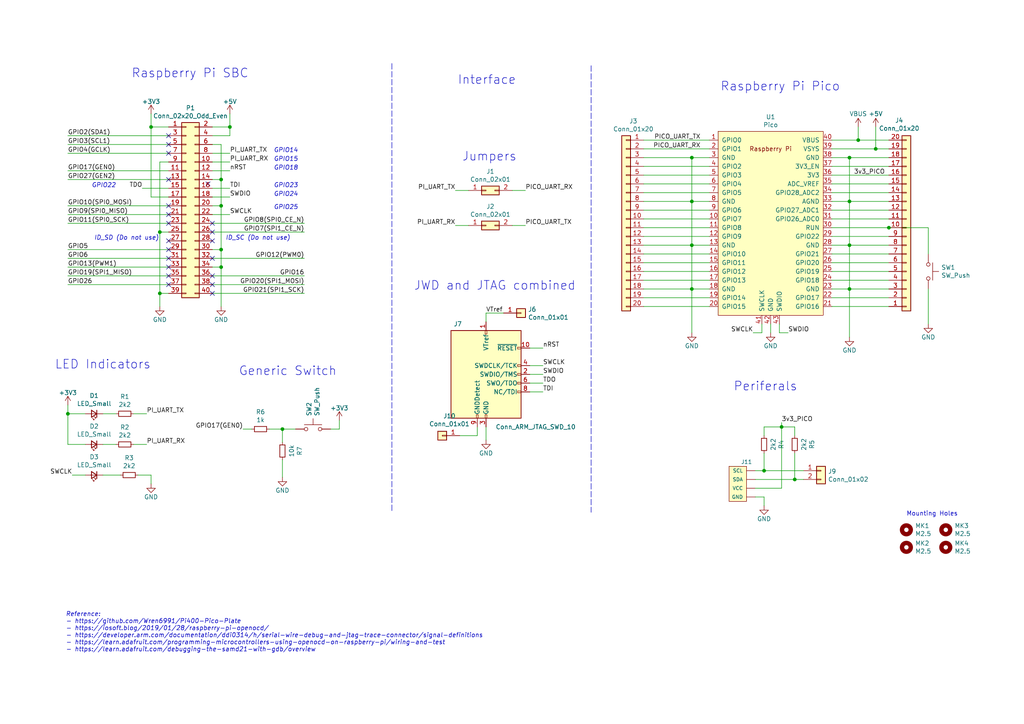
<source format=kicad_sch>
(kicad_sch (version 20211123) (generator eeschema)
  (paper "A4")
  (title_block (title "Pi_programmer") (date "2022-01-28") (rev "1") (company "hd.faria"))
  (lib_symbols
    (symbol "Connector:Conn_ARM_JTAG_SWD_10" (pin_names (offset 1.016))
      (property "Reference" "J" (at -2.54 16.51 0))
      (property "Value" "Conn_ARM_JTAG_SWD_10" (at -2.54 13.97 0))
      (symbol "Conn_ARM_JTAG_SWD_10_0_1"
        (rectangle (start -10.16 12.7) (end 10.16 -12.7) (stroke (width 0.254)) (fill (type background)))
        (rectangle (start -2.794 -12.7) (end -2.286 -11.684))
        (rectangle (start -0.254 -12.7) (end 0.254 -11.684))
        (rectangle (start -0.254 12.7) (end 0.254 11.684))
        (rectangle (start 9.144 2.286) (end 10.16 2.794))
        (rectangle (start 10.16 -2.794) (end 9.144 -2.286))
        (rectangle (start 10.16 -0.254) (end 9.144 0.254))
        (rectangle (start 10.16 7.874) (end 9.144 7.366))
      )
      (symbol "Conn_ARM_JTAG_SWD_10_1_1"
        (rectangle (start 9.144 -5.334) (end 10.16 -4.826))
        (pin power_in line (at 0 15.24 270) (length 2.54) (name "VTref") (number "1"))
        (pin open_collector line (at 12.7 7.62 180) (length 2.54) (name "~{RESET}") (number "10"))
        (pin bidirectional line (at 12.7 0 180) (length 2.54) (name "SWDIO/TMS") (number "2"))
        (pin power_in line (at 0 -15.24 90) (length 2.54) (name "GND") (number "3"))
        (pin output line (at 12.7 2.54 180) (length 2.54) (name "SWDCLK/TCK") (number "4"))
        (pin passive line (at 0 -15.24 90) (length 2.54) hide (name "GND") (number "5"))
        (pin input line (at 12.7 -2.54 180) (length 2.54) (name "SWO/TDO") (number "6"))
        (pin no_connect line (at -10.16 0 0) (length 2.54) hide (name "KEY") (number "7"))
        (pin output line (at 12.7 -5.08 180) (length 2.54) (name "NC/TDI") (number "8"))
        (pin passive line (at -2.54 -15.24 90) (length 2.54) (name "GNDDetect") (number "9"))
      )
    )
    (symbol "Connector_Generic:Conn_01x01" (pin_names (offset 1.016) hide)
      (property "Reference" "J" (at 0 2.54 0))
      (property "Value" "Conn_01x01" (at 0 -2.54 0))
      (symbol "Conn_01x01_1_1"
        (rectangle (start -1.27 0.127) (end 0 -0.127) (stroke (width 0.1524)))
        (rectangle (start -1.27 1.27) (end 1.27 -1.27) (stroke (width 0.254)) (fill (type background)))
        (pin passive line (at -5.08 0 0) (length 3.81) (name "Pin_1") (number "1"))
      )
    )
    (symbol "Connector_Generic:Conn_01x02" (pin_names (offset 1.016) hide)
      (property "Reference" "J" (at 0 2.54 0))
      (property "Value" "Conn_01x02" (at 0 -5.08 0))
      (symbol "Conn_01x02_1_1"
        (rectangle (start -1.27 -2.413) (end 0 -2.667) (stroke (width 0.1524)))
        (rectangle (start -1.27 0.127) (end 0 -0.127) (stroke (width 0.1524)))
        (rectangle (start -1.27 1.27) (end 1.27 -3.81) (stroke (width 0.254)) (fill (type background)))
        (pin passive line (at -5.08 0 0) (length 3.81) (name "Pin_1") (number "1"))
        (pin passive line (at -5.08 -2.54 0) (length 3.81) (name "Pin_2") (number "2"))
      )
    )
    (symbol "Connector_Generic:Conn_01x20" (pin_names (offset 1.016) hide)
      (property "Reference" "J" (at 0 25.4 0))
      (property "Value" "Conn_01x20" (at 0 -27.94 0))
      (symbol "Conn_01x20_1_1"
        (rectangle (start -1.27 -25.273) (end 0 -25.527) (stroke (width 0.1524)))
        (rectangle (start -1.27 -22.733) (end 0 -22.987) (stroke (width 0.1524)))
        (rectangle (start -1.27 -20.193) (end 0 -20.447) (stroke (width 0.1524)))
        (rectangle (start -1.27 -17.653) (end 0 -17.907) (stroke (width 0.1524)))
        (rectangle (start -1.27 -15.113) (end 0 -15.367) (stroke (width 0.1524)))
        (rectangle (start -1.27 -12.573) (end 0 -12.827) (stroke (width 0.1524)))
        (rectangle (start -1.27 -10.033) (end 0 -10.287) (stroke (width 0.1524)))
        (rectangle (start -1.27 -7.493) (end 0 -7.747) (stroke (width 0.1524)))
        (rectangle (start -1.27 -4.953) (end 0 -5.207) (stroke (width 0.1524)))
        (rectangle (start -1.27 -2.413) (end 0 -2.667) (stroke (width 0.1524)))
        (rectangle (start -1.27 0.127) (end 0 -0.127) (stroke (width 0.1524)))
        (rectangle (start -1.27 2.667) (end 0 2.413) (stroke (width 0.1524)))
        (rectangle (start -1.27 5.207) (end 0 4.953) (stroke (width 0.1524)))
        (rectangle (start -1.27 7.747) (end 0 7.493) (stroke (width 0.1524)))
        (rectangle (start -1.27 10.287) (end 0 10.033) (stroke (width 0.1524)))
        (rectangle (start -1.27 12.827) (end 0 12.573) (stroke (width 0.1524)))
        (rectangle (start -1.27 15.367) (end 0 15.113) (stroke (width 0.1524)))
        (rectangle (start -1.27 17.907) (end 0 17.653) (stroke (width 0.1524)))
        (rectangle (start -1.27 20.447) (end 0 20.193) (stroke (width 0.1524)))
        (rectangle (start -1.27 22.987) (end 0 22.733) (stroke (width 0.1524)))
        (rectangle (start -1.27 24.13) (end 1.27 -26.67) (stroke (width 0.254)) (fill (type background)))
        (pin passive line (at -5.08 22.86 0) (length 3.81) (name "Pin_1") (number "1"))
        (pin passive line (at -5.08 0 0) (length 3.81) (name "Pin_10") (number "10"))
        (pin passive line (at -5.08 -2.54 0) (length 3.81) (name "Pin_11") (number "11"))
        (pin passive line (at -5.08 -5.08 0) (length 3.81) (name "Pin_12") (number "12"))
        (pin passive line (at -5.08 -7.62 0) (length 3.81) (name "Pin_13") (number "13"))
        (pin passive line (at -5.08 -10.16 0) (length 3.81) (name "Pin_14") (number "14"))
        (pin passive line (at -5.08 -12.7 0) (length 3.81) (name "Pin_15") (number "15"))
        (pin passive line (at -5.08 -15.24 0) (length 3.81) (name "Pin_16") (number "16"))
        (pin passive line (at -5.08 -17.78 0) (length 3.81) (name "Pin_17") (number "17"))
        (pin passive line (at -5.08 -20.32 0) (length 3.81) (name "Pin_18") (number "18"))
        (pin passive line (at -5.08 -22.86 0) (length 3.81) (name "Pin_19") (number "19"))
        (pin passive line (at -5.08 20.32 0) (length 3.81) (name "Pin_2") (number "2"))
        (pin passive line (at -5.08 -25.4 0) (length 3.81) (name "Pin_20") (number "20"))
        (pin passive line (at -5.08 17.78 0) (length 3.81) (name "Pin_3") (number "3"))
        (pin passive line (at -5.08 15.24 0) (length 3.81) (name "Pin_4") (number "4"))
        (pin passive line (at -5.08 12.7 0) (length 3.81) (name "Pin_5") (number "5"))
        (pin passive line (at -5.08 10.16 0) (length 3.81) (name "Pin_6") (number "6"))
        (pin passive line (at -5.08 7.62 0) (length 3.81) (name "Pin_7") (number "7"))
        (pin passive line (at -5.08 5.08 0) (length 3.81) (name "Pin_8") (number "8"))
        (pin passive line (at -5.08 2.54 0) (length 3.81) (name "Pin_9") (number "9"))
      )
    )
    (symbol "Connector_Generic:Conn_02x01" (pin_names (offset 1.016) hide)
      (property "Reference" "J" (at 1.27 2.54 0))
      (property "Value" "Conn_02x01" (at 1.27 -2.54 0))
      (symbol "Conn_02x01_1_1"
        (rectangle (start -1.27 0.127) (end 0 -0.127) (stroke (width 0.1524)))
        (rectangle (start -1.27 1.27) (end 3.81 -1.27) (stroke (width 0.254)) (fill (type background)))
        (rectangle (start 3.81 0.127) (end 2.54 -0.127) (stroke (width 0.1524)))
        (pin passive line (at -5.08 0 0) (length 3.81) (name "Pin_1") (number "1"))
        (pin passive line (at 7.62 0 180) (length 3.81) (name "Pin_2") (number "2"))
      )
    )
    (symbol "Connector_Generic:Conn_02x20_Odd_Even" (pin_names (offset 1.016) hide)
      (property "Reference" "J" (at 1.27 25.4 0))
      (property "Value" "Conn_02x20_Odd_Even" (at 1.27 -27.94 0))
      (symbol "Conn_02x20_Odd_Even_1_1"
        (rectangle (start -1.27 -25.273) (end 0 -25.527) (stroke (width 0.1524)))
        (rectangle (start -1.27 -22.733) (end 0 -22.987) (stroke (width 0.1524)))
        (rectangle (start -1.27 -20.193) (end 0 -20.447) (stroke (width 0.1524)))
        (rectangle (start -1.27 -17.653) (end 0 -17.907) (stroke (width 0.1524)))
        (rectangle (start -1.27 -15.113) (end 0 -15.367) (stroke (width 0.1524)))
        (rectangle (start -1.27 -12.573) (end 0 -12.827) (stroke (width 0.1524)))
        (rectangle (start -1.27 -10.033) (end 0 -10.287) (stroke (width 0.1524)))
        (rectangle (start -1.27 -7.493) (end 0 -7.747) (stroke (width 0.1524)))
        (rectangle (start -1.27 -4.953) (end 0 -5.207) (stroke (width 0.1524)))
        (rectangle (start -1.27 -2.413) (end 0 -2.667) (stroke (width 0.1524)))
        (rectangle (start -1.27 0.127) (end 0 -0.127) (stroke (width 0.1524)))
        (rectangle (start -1.27 2.667) (end 0 2.413) (stroke (width 0.1524)))
        (rectangle (start -1.27 5.207) (end 0 4.953) (stroke (width 0.1524)))
        (rectangle (start -1.27 7.747) (end 0 7.493) (stroke (width 0.1524)))
        (rectangle (start -1.27 10.287) (end 0 10.033) (stroke (width 0.1524)))
        (rectangle (start -1.27 12.827) (end 0 12.573) (stroke (width 0.1524)))
        (rectangle (start -1.27 15.367) (end 0 15.113) (stroke (width 0.1524)))
        (rectangle (start -1.27 17.907) (end 0 17.653) (stroke (width 0.1524)))
        (rectangle (start -1.27 20.447) (end 0 20.193) (stroke (width 0.1524)))
        (rectangle (start -1.27 22.987) (end 0 22.733) (stroke (width 0.1524)))
        (rectangle (start -1.27 24.13) (end 3.81 -26.67) (stroke (width 0.254)) (fill (type background)))
        (rectangle (start 3.81 -25.273) (end 2.54 -25.527) (stroke (width 0.1524)))
        (rectangle (start 3.81 -22.733) (end 2.54 -22.987) (stroke (width 0.1524)))
        (rectangle (start 3.81 -20.193) (end 2.54 -20.447) (stroke (width 0.1524)))
        (rectangle (start 3.81 -17.653) (end 2.54 -17.907) (stroke (width 0.1524)))
        (rectangle (start 3.81 -15.113) (end 2.54 -15.367) (stroke (width 0.1524)))
        (rectangle (start 3.81 -12.573) (end 2.54 -12.827) (stroke (width 0.1524)))
        (rectangle (start 3.81 -10.033) (end 2.54 -10.287) (stroke (width 0.1524)))
        (rectangle (start 3.81 -7.493) (end 2.54 -7.747) (stroke (width 0.1524)))
        (rectangle (start 3.81 -4.953) (end 2.54 -5.207) (stroke (width 0.1524)))
        (rectangle (start 3.81 -2.413) (end 2.54 -2.667) (stroke (width 0.1524)))
        (rectangle (start 3.81 0.127) (end 2.54 -0.127) (stroke (width 0.1524)))
        (rectangle (start 3.81 2.667) (end 2.54 2.413) (stroke (width 0.1524)))
        (rectangle (start 3.81 5.207) (end 2.54 4.953) (stroke (width 0.1524)))
        (rectangle (start 3.81 7.747) (end 2.54 7.493) (stroke (width 0.1524)))
        (rectangle (start 3.81 10.287) (end 2.54 10.033) (stroke (width 0.1524)))
        (rectangle (start 3.81 12.827) (end 2.54 12.573) (stroke (width 0.1524)))
        (rectangle (start 3.81 15.367) (end 2.54 15.113) (stroke (width 0.1524)))
        (rectangle (start 3.81 17.907) (end 2.54 17.653) (stroke (width 0.1524)))
        (rectangle (start 3.81 20.447) (end 2.54 20.193) (stroke (width 0.1524)))
        (rectangle (start 3.81 22.987) (end 2.54 22.733) (stroke (width 0.1524)))
        (pin passive line (at -5.08 22.86 0) (length 3.81) (name "Pin_1") (number "1"))
        (pin passive line (at 7.62 12.7 180) (length 3.81) (name "Pin_10") (number "10"))
        (pin passive line (at -5.08 10.16 0) (length 3.81) (name "Pin_11") (number "11"))
        (pin passive line (at 7.62 10.16 180) (length 3.81) (name "Pin_12") (number "12"))
        (pin passive line (at -5.08 7.62 0) (length 3.81) (name "Pin_13") (number "13"))
        (pin passive line (at 7.62 7.62 180) (length 3.81) (name "Pin_14") (number "14"))
        (pin passive line (at -5.08 5.08 0) (length 3.81) (name "Pin_15") (number "15"))
        (pin passive line (at 7.62 5.08 180) (length 3.81) (name "Pin_16") (number "16"))
        (pin passive line (at -5.08 2.54 0) (length 3.81) (name "Pin_17") (number "17"))
        (pin passive line (at 7.62 2.54 180) (length 3.81) (name "Pin_18") (number "18"))
        (pin passive line (at -5.08 0 0) (length 3.81) (name "Pin_19") (number "19"))
        (pin passive line (at 7.62 22.86 180) (length 3.81) (name "Pin_2") (number "2"))
        (pin passive line (at 7.62 0 180) (length 3.81) (name "Pin_20") (number "20"))
        (pin passive line (at -5.08 -2.54 0) (length 3.81) (name "Pin_21") (number "21"))
        (pin passive line (at 7.62 -2.54 180) (length 3.81) (name "Pin_22") (number "22"))
        (pin passive line (at -5.08 -5.08 0) (length 3.81) (name "Pin_23") (number "23"))
        (pin passive line (at 7.62 -5.08 180) (length 3.81) (name "Pin_24") (number "24"))
        (pin passive line (at -5.08 -7.62 0) (length 3.81) (name "Pin_25") (number "25"))
        (pin passive line (at 7.62 -7.62 180) (length 3.81) (name "Pin_26") (number "26"))
        (pin passive line (at -5.08 -10.16 0) (length 3.81) (name "Pin_27") (number "27"))
        (pin passive line (at 7.62 -10.16 180) (length 3.81) (name "Pin_28") (number "28"))
        (pin passive line (at -5.08 -12.7 0) (length 3.81) (name "Pin_29") (number "29"))
        (pin passive line (at -5.08 20.32 0) (length 3.81) (name "Pin_3") (number "3"))
        (pin passive line (at 7.62 -12.7 180) (length 3.81) (name "Pin_30") (number "30"))
        (pin passive line (at -5.08 -15.24 0) (length 3.81) (name "Pin_31") (number "31"))
        (pin passive line (at 7.62 -15.24 180) (length 3.81) (name "Pin_32") (number "32"))
        (pin passive line (at -5.08 -17.78 0) (length 3.81) (name "Pin_33") (number "33"))
        (pin passive line (at 7.62 -17.78 180) (length 3.81) (name "Pin_34") (number "34"))
        (pin passive line (at -5.08 -20.32 0) (length 3.81) (name "Pin_35") (number "35"))
        (pin passive line (at 7.62 -20.32 180) (length 3.81) (name "Pin_36") (number "36"))
        (pin passive line (at -5.08 -22.86 0) (length 3.81) (name "Pin_37") (number "37"))
        (pin passive line (at 7.62 -22.86 180) (length 3.81) (name "Pin_38") (number "38"))
        (pin passive line (at -5.08 -25.4 0) (length 3.81) (name "Pin_39") (number "39"))
        (pin passive line (at 7.62 20.32 180) (length 3.81) (name "Pin_4") (number "4"))
        (pin passive line (at 7.62 -25.4 180) (length 3.81) (name "Pin_40") (number "40"))
        (pin passive line (at -5.08 17.78 0) (length 3.81) (name "Pin_5") (number "5"))
        (pin passive line (at 7.62 17.78 180) (length 3.81) (name "Pin_6") (number "6"))
        (pin passive line (at -5.08 15.24 0) (length 3.81) (name "Pin_7") (number "7"))
        (pin passive line (at 7.62 15.24 180) (length 3.81) (name "Pin_8") (number "8"))
        (pin passive line (at -5.08 12.7 0) (length 3.81) (name "Pin_9") (number "9"))
      )
    )
    (symbol "Device:LED_Small" (pin_numbers hide) (pin_names (offset 0.254) hide)
      (property "Reference" "D" (at -1.27 3.175 0))
      (property "Value" "LED_Small" (at -4.445 -2.54 0))
      (symbol "LED_Small_0_1"
        (polyline (pts (xy -0.762 -1.016) (xy -0.762 1.016)) (stroke (width 0.254)))
        (polyline (pts (xy 1.016 0) (xy -0.762 0)))
        (polyline (pts (xy 0.762 -1.016) (xy -0.762 0) (xy 0.762 1.016) (xy 0.762 -1.016)) (stroke (width 0.254)))
        (polyline (pts (xy 0 0.762) (xy -0.508 1.27) (xy -0.254 1.27) (xy -0.508 1.27) (xy -0.508 1.016)))
        (polyline (pts (xy 0.508 1.27) (xy 0 1.778) (xy 0.254 1.778) (xy 0 1.778) (xy 0 1.524)))
      )
      (symbol "LED_Small_1_1"
        (pin passive line (at -2.54 0 0) (length 1.778) (name "K") (number "1"))
        (pin passive line (at 2.54 0 180) (length 1.778) (name "A") (number "2"))
      )
    )
    (symbol "Device:R_Small" (pin_numbers hide) (pin_names (offset 0.254) hide)
      (property "Reference" "R" (at 0.762 0.508 0))
      (property "Value" "R_Small" (at 0.762 -1.016 0))
      (symbol "R_Small_0_1"
        (rectangle (start -0.762 1.778) (end 0.762 -1.778) (stroke (width 0.2032)))
      )
      (symbol "R_Small_1_1"
        (pin passive line (at 0 2.54 270) (length 0.762) (name "~") (number "1"))
        (pin passive line (at 0 -2.54 90) (length 0.762) (name "~") (number "2"))
      )
    )
    (symbol "Piprogrammer-rescue:Mounting_Hole-Mechanical" (pin_names (offset 1.016))
      (property "Reference" "MK" (at 0 5.08 0))
      (property "Value" "Mounting_Hole-Mechanical" (at 0 3.175 0))
      (symbol "Mounting_Hole-Mechanical_0_1"
        (circle (center 0 0) (radius 1.27) (stroke (width 1.27)))
      )
    )
    (symbol "RPi_Pico:Pico" (pin_names (offset 1.016))
      (property "Reference" "U" (at -13.97 27.94 0))
      (property "Value" "Pico" (at 0 19.05 0))
      (symbol "Pico_0_0"
        (text "Raspberry Pi" (at 0 21.59 0) (effects (font (size 1.27 1.27))))
      )
      (symbol "Pico_0_1"
        (rectangle (start -15.24 26.67) (end 15.24 -26.67) (fill (type background)))
      )
      (symbol "Pico_1_1"
        (pin bidirectional line (at -17.78 24.13 0) (length 2.54) (name "GPIO0") (number "1"))
        (pin bidirectional line (at -17.78 1.27 0) (length 2.54) (name "GPIO7") (number "10"))
        (pin bidirectional line (at -17.78 -1.27 0) (length 2.54) (name "GPIO8") (number "11"))
        (pin bidirectional line (at -17.78 -3.81 0) (length 2.54) (name "GPIO9") (number "12"))
        (pin power_in line (at -17.78 -6.35 0) (length 2.54) (name "GND") (number "13"))
        (pin bidirectional line (at -17.78 -8.89 0) (length 2.54) (name "GPIO10") (number "14"))
        (pin bidirectional line (at -17.78 -11.43 0) (length 2.54) (name "GPIO11") (number "15"))
        (pin bidirectional line (at -17.78 -13.97 0) (length 2.54) (name "GPIO12") (number "16"))
        (pin bidirectional line (at -17.78 -16.51 0) (length 2.54) (name "GPIO13") (number "17"))
        (pin power_in line (at -17.78 -19.05 0) (length 2.54) (name "GND") (number "18"))
        (pin bidirectional line (at -17.78 -21.59 0) (length 2.54) (name "GPIO14") (number "19"))
        (pin bidirectional line (at -17.78 21.59 0) (length 2.54) (name "GPIO1") (number "2"))
        (pin bidirectional line (at -17.78 -24.13 0) (length 2.54) (name "GPIO15") (number "20"))
        (pin bidirectional line (at 17.78 -24.13 180) (length 2.54) (name "GPIO16") (number "21"))
        (pin bidirectional line (at 17.78 -21.59 180) (length 2.54) (name "GPIO17") (number "22"))
        (pin power_in line (at 17.78 -19.05 180) (length 2.54) (name "GND") (number "23"))
        (pin bidirectional line (at 17.78 -16.51 180) (length 2.54) (name "GPIO18") (number "24"))
        (pin bidirectional line (at 17.78 -13.97 180) (length 2.54) (name "GPIO19") (number "25"))
        (pin bidirectional line (at 17.78 -11.43 180) (length 2.54) (name "GPIO20") (number "26"))
        (pin bidirectional line (at 17.78 -8.89 180) (length 2.54) (name "GPIO21") (number "27"))
        (pin power_in line (at 17.78 -6.35 180) (length 2.54) (name "GND") (number "28"))
        (pin bidirectional line (at 17.78 -3.81 180) (length 2.54) (name "GPIO22") (number "29"))
        (pin power_in line (at -17.78 19.05 0) (length 2.54) (name "GND") (number "3"))
        (pin input line (at 17.78 -1.27 180) (length 2.54) (name "RUN") (number "30"))
        (pin bidirectional line (at 17.78 1.27 180) (length 2.54) (name "GPIO26_ADC0") (number "31"))
        (pin bidirectional line (at 17.78 3.81 180) (length 2.54) (name "GPIO27_ADC1") (number "32"))
        (pin power_in line (at 17.78 6.35 180) (length 2.54) (name "AGND") (number "33"))
        (pin bidirectional line (at 17.78 8.89 180) (length 2.54) (name "GPIO28_ADC2") (number "34"))
        (pin unspecified line (at 17.78 11.43 180) (length 2.54) (name "ADC_VREF") (number "35"))
        (pin unspecified line (at 17.78 13.97 180) (length 2.54) (name "3V3") (number "36"))
        (pin input line (at 17.78 16.51 180) (length 2.54) (name "3V3_EN") (number "37"))
        (pin bidirectional line (at 17.78 19.05 180) (length 2.54) (name "GND") (number "38"))
        (pin unspecified line (at 17.78 21.59 180) (length 2.54) (name "VSYS") (number "39"))
        (pin bidirectional line (at -17.78 16.51 0) (length 2.54) (name "GPIO2") (number "4"))
        (pin unspecified line (at 17.78 24.13 180) (length 2.54) (name "VBUS") (number "40"))
        (pin input line (at -2.54 -29.21 90) (length 2.54) (name "SWCLK") (number "41"))
        (pin power_in line (at 0 -29.21 90) (length 2.54) (name "GND") (number "42"))
        (pin bidirectional line (at 2.54 -29.21 90) (length 2.54) (name "SWDIO") (number "43"))
        (pin bidirectional line (at -17.78 13.97 0) (length 2.54) (name "GPIO3") (number "5"))
        (pin bidirectional line (at -17.78 11.43 0) (length 2.54) (name "GPIO4") (number "6"))
        (pin bidirectional line (at -17.78 8.89 0) (length 2.54) (name "GPIO5") (number "7"))
        (pin power_in line (at -17.78 6.35 0) (length 2.54) (name "GND") (number "8"))
        (pin bidirectional line (at -17.78 3.81 0) (length 2.54) (name "GPIO6") (number "9"))
      )
    )
    (symbol "SparkFun-Connectors:QWIIC_CONNECTORJS-1MM" (pin_numbers hide) (pin_names (offset 1.016))
      (property "Reference" "J" (at -5.08 10.16 0))
      (property "Value" "QWIIC_CONNECTORJS-1MM" (at -5.08 -3.81 0))
      (property "Field4" "CONN-13694" (at 0 13.97 0))
      (symbol "QWIIC_CONNECTORJS-1MM_1_0"
        (rectangle (start 0 -1.27) (end -5.08 8.89) (fill (type background)))
      )
      (symbol "QWIIC_CONNECTORJS-1MM_1_1"
        (pin power_in line (at 2.54 0 180) (length 2.54) (name "GND") (number "1"))
        (pin power_in line (at 2.54 2.54 180) (length 2.54) (name "VCC") (number "2"))
        (pin passive line (at 2.54 5.08 180) (length 2.54) (name "SDA") (number "3"))
        (pin passive line (at 2.54 7.62 180) (length 2.54) (name "SCL") (number "4"))
      )
    )
    (symbol "Switch:SW_Push" (pin_numbers hide) (pin_names (offset 1.016) hide)
      (property "Reference" "SW" (at 1.27 2.54 0))
      (property "Value" "SW_Push" (at 0 -1.524 0))
      (symbol "SW_Push_0_1"
        (circle (center -2.032 0) (radius 0.508))
        (polyline (pts (xy 0 1.27) (xy 0 3.048)))
        (polyline (pts (xy 2.54 1.27) (xy -2.54 1.27)))
        (circle (center 2.032 0) (radius 0.508))
        (pin passive line (at -5.08 0 0) (length 2.54) (name "1") (number "1"))
        (pin passive line (at 5.08 0 180) (length 2.54) (name "2") (number "2"))
      )
    )
    (symbol "power:+3.3V" (power) (pin_names (offset 0))
      (property "Value" "+3.3V" (at 0 3.556 0))
      (symbol "+3.3V_0_1"
        (polyline (pts (xy -0.762 1.27) (xy 0 2.54)))
        (polyline (pts (xy 0 0) (xy 0 2.54)))
        (polyline (pts (xy 0 2.54) (xy 0.762 1.27)))
      )
      (symbol "+3.3V_1_1"
        (pin power_in line (at 0 0 90) (length 0) hide (name "+3V3") (number "1"))
      )
    )
    (symbol "power:+5V" (power) (pin_names (offset 0))
      (property "Value" "+5V" (at 0 3.556 0))
      (symbol "+5V_0_1"
        (polyline (pts (xy -0.762 1.27) (xy 0 2.54)))
        (polyline (pts (xy 0 0) (xy 0 2.54)))
        (polyline (pts (xy 0 2.54) (xy 0.762 1.27)))
      )
      (symbol "+5V_1_1"
        (pin power_in line (at 0 0 90) (length 0) hide (name "+5V") (number "1"))
      )
    )
    (symbol "power:GND" (power) (pin_names (offset 0))
      (property "Value" "GND" (at 0 -3.81 0))
      (symbol "GND_0_1"
        (polyline (pts (xy 0 0) (xy 0 -1.27) (xy 1.27 -1.27) (xy 0 -2.54) (xy -1.27 -1.27) (xy 0 -1.27)))
      )
      (symbol "GND_1_1"
        (pin power_in line (at 0 0 270) (length 0) hide (name "GND") (number "1"))
      )
    )
    (symbol "power:VBUS" (power) (pin_names (offset 0))
      (property "Value" "VBUS" (at 0 3.81 0))
      (symbol "VBUS_0_1"
        (polyline (pts (xy -0.762 1.27) (xy 0 2.54)))
        (polyline (pts (xy 0 0) (xy 0 2.54)))
        (polyline (pts (xy 0 2.54) (xy 0.762 1.27)))
      )
      (symbol "VBUS_1_1"
        (pin power_in line (at 0 0 90) (length 0) hide (name "VBUS") (number "1"))
      )
    )
  )
  (junction (at 81.915 124.46))
  (junction (at 200.66 45.72))
  (junction (at 257.81 66.04))
  (junction (at 200.66 58.42))
  (junction (at 230.505 139.065))
  (junction (at 246.38 58.42))
  (junction (at 246.38 45.72))
  (junction (at 246.38 83.82))
  (junction (at 64.135 77.47))
  (junction (at 248.92 40.64))
  (junction (at 64.135 52.07))
  (junction (at 66.675 36.83))
  (junction (at 64.135 72.39))
  (junction (at 246.38 71.12))
  (junction (at 46.355 85.09))
  (junction (at 64.135 59.69))
  (junction (at 254 43.18))
  (junction (at 43.815 36.83))
  (junction (at 226.695 123.825))
  (junction (at 200.66 83.82))
  (junction (at 200.66 71.12))
  (junction (at 46.355 67.31))
  (junction (at 19.685 120.015))
  (junction (at 221.615 136.525))
  (no_connect (at 61.595 69.85))
  (no_connect (at 48.895 77.47))
  (no_connect (at 61.595 80.01))
  (no_connect (at 61.595 85.09))
  (no_connect (at 48.895 69.85))
  (no_connect (at 48.895 74.93))
  (no_connect (at 48.895 59.69))
  (no_connect (at 48.895 62.23))
  (no_connect (at 61.595 74.93))
  (no_connect (at 48.895 44.45))
  (no_connect (at 48.895 39.37))
  (no_connect (at 48.895 82.55))
  (no_connect (at 48.895 72.39))
  (no_connect (at 61.595 64.77))
  (no_connect (at 48.895 80.01))
  (no_connect (at 61.595 67.31))
  (no_connect (at 60.325 53.34))
  (no_connect (at 61.595 82.55))
  (no_connect (at 48.895 64.77))
  (no_connect (at 48.895 52.07))
  (no_connect (at 48.895 41.91))
  (wire (pts (xy 241.3 66.04) (xy 257.81 66.04)))
  (wire (pts (xy 269.24 83.82) (xy 269.24 93.98)))
  (wire (pts (xy 246.38 71.12) (xy 246.38 58.42)))
  (wire (pts (xy 241.3 71.12) (xy 246.38 71.12)))
  (wire (pts (xy 132.08 55.245) (xy 135.89 55.245)))
  (wire (pts (xy 64.135 41.91) (xy 64.135 52.07)))
  (wire (pts (xy 205.74 78.74) (xy 186.69 78.74)))
  (wire (pts (xy 29.845 128.905) (xy 33.655 128.905)))
  (wire (pts (xy 19.685 62.23) (xy 48.895 62.23)))
  (wire (pts (xy 46.355 67.31) (xy 48.895 67.31)))
  (wire (pts (xy 157.48 111.125) (xy 153.67 111.125)))
  (wire (pts (xy 200.66 45.72) (xy 205.74 45.72)))
  (wire (pts (xy 223.52 96.52) (xy 223.52 93.98)))
  (wire (pts (xy 153.67 100.965) (xy 157.48 100.965)))
  (wire (pts (xy 221.615 131.445) (xy 221.615 136.525)))
  (wire (pts (xy 186.69 81.28) (xy 205.74 81.28)))
  (wire (pts (xy 257.81 58.42) (xy 246.38 58.42)))
  (wire (pts (xy 70.485 124.46) (xy 73.025 124.46)))
  (wire (pts (xy 66.675 36.83) (xy 61.595 36.83)))
  (wire (pts (xy 64.135 52.07) (xy 61.595 52.07)))
  (wire (pts (xy 241.3 58.42) (xy 246.38 58.42)))
  (wire (pts (xy 48.895 77.47) (xy 19.685 77.47)))
  (wire (pts (xy 205.74 73.66) (xy 186.69 73.66)))
  (wire (pts (xy 61.595 85.09) (xy 88.265 85.09)))
  (wire (pts (xy 205.74 66.04) (xy 186.69 66.04)))
  (wire (pts (xy 19.685 120.015) (xy 19.685 117.475)))
  (wire (pts (xy 64.135 41.91) (xy 61.595 41.91)))
  (wire (pts (xy 152.4 55.245) (xy 148.59 55.245)))
  (wire (pts (xy 19.685 82.55) (xy 48.895 82.55)))
  (wire (pts (xy 248.92 40.64) (xy 248.92 36.83)))
  (wire (pts (xy 246.38 45.72) (xy 241.3 45.72)))
  (wire (pts (xy 200.66 83.82) (xy 200.66 71.12)))
  (wire (pts (xy 61.595 44.45) (xy 66.675 44.45)))
  (wire (pts (xy 81.915 133.35) (xy 81.915 138.43)))
  (wire (pts (xy 19.685 64.77) (xy 48.895 64.77)))
  (wire (pts (xy 64.135 77.47) (xy 64.135 88.9)))
  (wire (pts (xy 78.105 124.46) (xy 81.915 124.46)))
  (wire (pts (xy 233.045 139.065) (xy 230.505 139.065)))
  (wire (pts (xy 257.81 76.2) (xy 241.3 76.2)))
  (wire (pts (xy 19.685 41.91) (xy 48.895 41.91)))
  (wire (pts (xy 230.505 126.365) (xy 230.505 123.825)))
  (wire (pts (xy 66.675 36.83) (xy 66.675 39.37)))
  (wire (pts (xy 19.685 44.45) (xy 48.895 44.45)))
  (wire (pts (xy 205.74 86.36) (xy 186.69 86.36)))
  (wire (pts (xy 186.69 68.58) (xy 205.74 68.58)))
  (wire (pts (xy 257.81 48.26) (xy 241.3 48.26)))
  (wire (pts (xy 257.81 53.34) (xy 241.3 53.34)))
  (wire (pts (xy 64.135 77.47) (xy 61.595 77.47)))
  (wire (pts (xy 257.81 40.64) (xy 248.92 40.64)))
  (wire (pts (xy 138.43 126.365) (xy 133.35 126.365)))
  (wire (pts (xy 186.69 43.18) (xy 205.74 43.18)))
  (wire (pts (xy 152.4 65.405) (xy 148.59 65.405)))
  (wire (pts (xy 19.685 80.01) (xy 48.895 80.01)))
  (wire (pts (xy 48.895 49.53) (xy 19.685 49.53)))
  (wire (pts (xy 61.595 67.31) (xy 88.265 67.31)))
  (wire (pts (xy 226.06 93.98) (xy 226.06 96.52)))
  (wire (pts (xy 29.845 137.795) (xy 34.925 137.795)))
  (wire (pts (xy 81.915 128.27) (xy 81.915 124.46)))
  (wire (pts (xy 43.815 36.83) (xy 43.815 57.15)))
  (wire (pts (xy 43.815 36.83) (xy 48.895 36.83)))
  (polyline (pts (xy 113.665 18.415) (xy 113.665 148.59)))
  (wire (pts (xy 43.815 137.795) (xy 43.815 140.335)))
  (wire (pts (xy 157.48 113.665) (xy 153.67 113.665)))
  (wire (pts (xy 186.69 50.8) (xy 205.74 50.8)))
  (wire (pts (xy 61.595 80.01) (xy 88.265 80.01)))
  (wire (pts (xy 61.595 74.93) (xy 88.265 74.93)))
  (wire (pts (xy 19.685 128.905) (xy 19.685 120.015)))
  (wire (pts (xy 138.43 123.825) (xy 138.43 126.365)))
  (wire (pts (xy 66.675 49.53) (xy 61.595 49.53)))
  (wire (pts (xy 254 43.18) (xy 254 36.83)))
  (wire (pts (xy 38.735 128.905) (xy 42.545 128.905)))
  (wire (pts (xy 221.615 123.825) (xy 226.695 123.825)))
  (wire (pts (xy 220.98 96.52) (xy 220.98 93.98)))
  (wire (pts (xy 269.24 73.66) (xy 269.24 66.04)))
  (wire (pts (xy 140.97 90.805) (xy 146.05 90.805)))
  (wire (pts (xy 46.355 85.09) (xy 48.895 85.09)))
  (wire (pts (xy 241.3 83.82) (xy 246.38 83.82)))
  (wire (pts (xy 46.355 67.31) (xy 46.355 85.09)))
  (wire (pts (xy 64.135 59.69) (xy 64.135 72.39)))
  (wire (pts (xy 66.675 57.15) (xy 61.595 57.15)))
  (wire (pts (xy 219.075 144.145) (xy 221.615 144.145)))
  (wire (pts (xy 246.38 83.82) (xy 246.38 71.12)))
  (wire (pts (xy 246.38 97.79) (xy 246.38 83.82)))
  (wire (pts (xy 226.695 122.555) (xy 226.695 123.825)))
  (wire (pts (xy 257.81 86.36) (xy 241.3 86.36)))
  (wire (pts (xy 257.81 78.74) (xy 241.3 78.74)))
  (wire (pts (xy 257.81 45.72) (xy 246.38 45.72)))
  (wire (pts (xy 226.695 141.605) (xy 219.075 141.605)))
  (wire (pts (xy 48.895 39.37) (xy 19.685 39.37)))
  (wire (pts (xy 205.74 53.34) (xy 186.69 53.34)))
  (wire (pts (xy 221.615 144.145) (xy 221.615 146.685)))
  (wire (pts (xy 257.81 71.12) (xy 246.38 71.12)))
  (wire (pts (xy 46.355 85.09) (xy 46.355 88.9)))
  (wire (pts (xy 257.81 60.96) (xy 241.3 60.96)))
  (wire (pts (xy 153.67 106.045) (xy 157.48 106.045)))
  (wire (pts (xy 186.69 40.64) (xy 205.74 40.64)))
  (wire (pts (xy 132.08 65.405) (xy 135.89 65.405)))
  (wire (pts (xy 19.685 72.39) (xy 48.895 72.39)))
  (wire (pts (xy 257.81 73.66) (xy 241.3 73.66)))
  (wire (pts (xy 66.675 33.02) (xy 66.675 36.83)))
  (wire (pts (xy 98.425 124.46) (xy 98.425 121.92)))
  (wire (pts (xy 64.135 52.07) (xy 64.135 59.69)))
  (wire (pts (xy 230.505 123.825) (xy 226.695 123.825)))
  (wire (pts (xy 24.765 120.015) (xy 19.685 120.015)))
  (wire (pts (xy 46.355 46.99) (xy 46.355 67.31)))
  (wire (pts (xy 186.69 63.5) (xy 205.74 63.5)))
  (wire (pts (xy 257.81 63.5) (xy 241.3 63.5)))
  (wire (pts (xy 186.69 76.2) (xy 205.74 76.2)))
  (wire (pts (xy 200.66 96.52) (xy 200.66 83.82)))
  (wire (pts (xy 257.81 50.8) (xy 241.3 50.8)))
  (wire (pts (xy 257.81 66.04) (xy 269.24 66.04)))
  (wire (pts (xy 43.815 33.02) (xy 43.815 36.83)))
  (wire (pts (xy 95.885 124.46) (xy 98.425 124.46)))
  (wire (pts (xy 61.595 64.77) (xy 88.265 64.77)))
  (wire (pts (xy 205.74 83.82) (xy 200.66 83.82)))
  (wire (pts (xy 41.275 54.61) (xy 48.895 54.61)))
  (wire (pts (xy 221.615 136.525) (xy 219.075 136.525)))
  (wire (pts (xy 66.675 46.99) (xy 61.595 46.99)))
  (wire (pts (xy 218.44 96.52) (xy 220.98 96.52)))
  (wire (pts (xy 186.69 60.96) (xy 205.74 60.96)))
  (wire (pts (xy 42.545 120.015) (xy 38.735 120.015)))
  (wire (pts (xy 186.69 71.12) (xy 200.66 71.12)))
  (wire (pts (xy 64.135 59.69) (xy 61.595 59.69)))
  (wire (pts (xy 33.655 120.015) (xy 29.845 120.015)))
  (wire (pts (xy 257.81 68.58) (xy 241.3 68.58)))
  (wire (pts (xy 48.895 59.69) (xy 19.685 59.69)))
  (wire (pts (xy 246.38 58.42) (xy 246.38 45.72)))
  (wire (pts (xy 61.595 82.55) (xy 88.265 82.55)))
  (wire (pts (xy 257.81 55.88) (xy 241.3 55.88)))
  (wire (pts (xy 226.695 123.825) (xy 226.695 141.605)))
  (wire (pts (xy 186.69 55.88) (xy 205.74 55.88)))
  (wire (pts (xy 241.3 40.64) (xy 248.92 40.64)))
  (wire (pts (xy 205.74 58.42) (xy 200.66 58.42)))
  (wire (pts (xy 186.69 48.26) (xy 205.74 48.26)))
  (wire (pts (xy 200.66 58.42) (xy 200.66 45.72)))
  (wire (pts (xy 230.505 131.445) (xy 230.505 139.065)))
  (wire (pts (xy 186.69 83.82) (xy 200.66 83.82)))
  (wire (pts (xy 205.74 71.12) (xy 200.66 71.12)))
  (wire (pts (xy 66.675 62.23) (xy 61.595 62.23)))
  (wire (pts (xy 221.615 126.365) (xy 221.615 123.825)))
  (wire (pts (xy 186.69 88.9) (xy 205.74 88.9)))
  (wire (pts (xy 153.67 108.585) (xy 157.48 108.585)))
  (wire (pts (xy 140.97 90.805) (xy 140.97 93.345)))
  (wire (pts (xy 19.685 52.07) (xy 48.895 52.07)))
  (wire (pts (xy 40.005 137.795) (xy 43.815 137.795)))
  (wire (pts (xy 46.355 46.99) (xy 48.895 46.99)))
  (wire (pts (xy 257.81 43.18) (xy 254 43.18)))
  (wire (pts (xy 186.69 45.72) (xy 200.66 45.72)))
  (wire (pts (xy 233.045 136.525) (xy 221.615 136.525)))
  (wire (pts (xy 230.505 139.065) (xy 219.075 139.065)))
  (wire (pts (xy 241.3 43.18) (xy 254 43.18)))
  (wire (pts (xy 200.66 71.12) (xy 200.66 58.42)))
  (wire (pts (xy 64.135 72.39) (xy 61.595 72.39)))
  (wire (pts (xy 226.06 96.52) (xy 228.6 96.52)))
  (wire (pts (xy 257.81 81.28) (xy 241.3 81.28)))
  (wire (pts (xy 19.685 74.93) (xy 48.895 74.93)))
  (wire (pts (xy 81.915 124.46) (xy 85.725 124.46)))
  (wire (pts (xy 43.815 57.15) (xy 48.895 57.15)))
  (wire (pts (xy 64.135 72.39) (xy 64.135 77.47)))
  (wire (pts (xy 140.97 127.635) (xy 140.97 123.825)))
  (wire (pts (xy 66.675 54.61) (xy 61.595 54.61)))
  (wire (pts (xy 24.765 128.905) (xy 19.685 128.905)))
  (wire (pts (xy 20.955 137.795) (xy 24.765 137.795)))
  (wire (pts (xy 257.81 88.9) (xy 241.3 88.9)))
  (wire (pts (xy 186.69 58.42) (xy 200.66 58.42)))
  (polyline (pts (xy 171.45 19.05) (xy 171.45 148.59)))
  (wire (pts (xy 257.81 83.82) (xy 246.38 83.82)))
  (wire (pts (xy 66.675 39.37) (xy 61.595 39.37)))
  (text "GPIO22" (at 33.655 54.61 180) (effects (font (size 1.27 1.27) italic) (justify right bottom)))
  (text "LED Indicators" (at 15.875 107.315 0) (effects (font (size 2.54 2.54)) (justify left bottom)))
  (text "ID_SD (Do not use)" (at 27.305 69.85 0) (effects (font (size 1.27 1.27) italic) (justify left bottom)))
  (text "GPIO24" (at 79.375 57.15 0) (effects (font (size 1.27 1.27) italic) (justify left bottom)))
  (text "Raspberry Pi SBC" (at 38.1 22.86 0) (effects (font (size 2.54 2.54)) (justify left bottom)))
  (text "GPIO23" (at 79.375 54.61 0) (effects (font (size 1.27 1.27) italic) (justify left bottom)))
  (text "Generic Switch" (at 69.215 109.22 0) (effects (font (size 2.54 2.54)) (justify left bottom)))
  (text "GPIO25" (at 79.375 60.96 0) (effects (font (size 1.27 1.27) italic) (justify left bottom)))
  (text "GPIO14" (at 79.375 44.45 0) (effects (font (size 1.27 1.27) italic) (justify left bottom)))
  (text "Mounting Holes" (at 262.89 149.86 0) (effects (font (size 1.27 1.27)) (justify left bottom)))
  (text "Jumpers" (at 133.985 46.99 0) (effects (font (size 2.54 2.54)) (justify left bottom)))
  (text "Raspberry Pi Pico" (at 208.915 26.67 0) (effects (font (size 2.54 2.54)) (justify left bottom)))
  (text "Interface" (at 132.715 24.765 0) (effects (font (size 2.54 2.54)) (justify left bottom)))
  (text "GPIO18" (at 79.375 49.53 0) (effects (font (size 1.27 1.27) italic) (justify left bottom)))
  (text "Reference: \n- https://github.com/Wren6991/Pi400-Pico-Plate\n- https://iosoft.blog/2019/01/28/raspberry-pi-openocd/\n- https://developer.arm.com/documentation/ddi0314/h/serial-wire-debug-and-jtag-trace-connector/signal-definitions\n- https://learn.adafruit.com/programming-microcontrollers-using-openocd-on-raspberry-pi/wiring-and-test\n- https://learn.adafruit.com/debugging-the-samd21-with-gdb/overview" (at 19.05 189.23 0) (effects (font (size 1.27 1.27) italic) (justify left bottom)))
  (text "Periferals" (at 212.725 113.665 0) (effects (font (size 2.54 2.54)) (justify left bottom)))
  (text "ID_SC (Do not use)" (at 65.405 69.85 0) (effects (font (size 1.27 1.27) italic) (justify left bottom)))
  (text "GPIO15" (at 79.375 46.99 0) (effects (font (size 1.27 1.27) italic) (justify left bottom)))
  (text "JWD and JTAG combined" (at 120.015 84.455 0) (effects (font (size 2.54 2.54)) (justify left bottom)))
  (label "GPIO17(GEN0)" (at 70.485 124.46 180))
  (label "GPIO6" (at 19.685 74.93 0))
  (label "nRST" (at 157.48 100.965 0))
  (label "GPIO13(PWM1)" (at 19.685 77.47 0))
  (label "nRST" (at 66.675 49.53 0))
  (label "GPIO19(SPI1_MISO)" (at 19.685 80.01 0))
  (label "PI_UART_RX" (at 132.08 65.405 180))
  (label "PICO_UART_TX" (at 203.2 40.64 180))
  (label "SWCLK" (at 218.44 96.52 180))
  (label "GPIO9(SPI0_MISO)" (at 19.685 62.23 0))
  (label "GPIO4(GCLK)" (at 19.685 44.45 0))
  (label "PI_UART_RX" (at 42.545 128.905 0))
  (label "VTref" (at 140.97 90.805 0))
  (label "PICO_UART_RX" (at 203.2 43.18 180))
  (label "GPIO17(GEN0)" (at 19.685 49.53 0))
  (label "GPIO7(SPI1_CE_N)" (at 88.265 67.31 180))
  (label "PICO_UART_TX" (at 152.4 65.405 0))
  (label "PI_UART_TX" (at 66.675 44.45 0))
  (label "GPIO8(SPI0_CE_N)" (at 88.265 64.77 180))
  (label "SWDIO" (at 157.48 108.585 0))
  (label "3v3_PICO" (at 247.65 50.8 0))
  (label "GPIO21(SPI1_SCK)" (at 88.265 85.09 180))
  (label "TDI" (at 157.48 113.665 0))
  (label "GPIO16" (at 88.265 80.01 180))
  (label "PI_UART_TX" (at 132.08 55.245 180))
  (label "GPIO12(PWM0)" (at 88.265 74.93 180))
  (label "SWCLK" (at 20.955 137.795 180))
  (label "GPIO20(SPI1_MOSI)" (at 88.265 82.55 180))
  (label "PI_UART_RX" (at 66.675 46.99 0))
  (label "SWCLK" (at 157.48 106.045 0))
  (label "SWDIO" (at 228.6 96.52 0))
  (label "TDO" (at 41.275 54.61 180))
  (label "GPIO27(GEN2)" (at 19.685 52.07 0))
  (label "GPIO3(SCL1)" (at 19.685 41.91 0))
  (label "TDI" (at 66.675 54.61 0))
  (label "GPIO26" (at 19.685 82.55 0))
  (label "3v3_PICO" (at 226.695 122.555 0))
  (label "GPIO10(SPI0_MOSI)" (at 19.685 59.69 0))
  (label "PICO_UART_RX" (at 152.4 55.245 0))
  (label "PI_UART_TX" (at 42.545 120.015 0))
  (label "SWCLK" (at 66.675 62.23 0))
  (label "GPIO5" (at 19.685 72.39 0))
  (label "TDO" (at 157.48 111.125 0))
  (label "SWDIO" (at 66.675 57.15 0))
  (label "GPIO11(SPI0_SCK)" (at 19.685 64.77 0))
  (label "GPIO2(SDA1)" (at 19.685 39.37 0))
  (symbol (lib_id "power:+5V") (at 66.675 33.02 0) (unit 1)
    (property "Reference" "#PWR01" (effects hide))
    (property "Value" "+5V" (at 66.675 29.464 0))
  )
  (symbol (lib_id "power:+3.3V") (at 43.815 33.02 0) (unit 1)
    (property "Reference" "#PWR04" (effects hide))
    (property "Value" "+3.3V" (at 43.815 29.464 0))
  )
  (symbol (lib_id "power:GND") (at 64.135 88.9 0) (unit 1)
    (property "Reference" "#PWR02" (effects hide))
    (property "Value" "GND" (at 64.135 92.71 0))
  )
  (symbol (lib_id "power:GND") (at 46.355 88.9 0) (unit 1)
    (property "Reference" "#PWR03" (effects hide))
    (property "Value" "GND" (at 46.355 92.71 0))
  )
  (symbol (lib_id "Piprogrammer-rescue:Mounting_Hole-Mechanical") (at 262.89 153.67 0) (unit 1)
    (property "Reference" "MK1" (at 265.43 152.5016 0) (effects (justify left)))
    (property "Value" "M2.5" (at 265.43 154.813 0) (effects (justify left)))
    (property "Footprint" "Mounting_Holes:MountingHole_2-5mm" (effects hide))
  )
  (symbol (lib_id "Piprogrammer-rescue:Mounting_Hole-Mechanical") (at 274.32 153.67 0) (unit 1)
    (property "Reference" "MK3" (at 276.86 152.5016 0) (effects (justify left)))
    (property "Value" "M2.5" (at 276.86 154.813 0) (effects (justify left)))
    (property "Footprint" "Mounting_Holes:MountingHole_2-5mm" (effects hide))
  )
  (symbol (lib_id "Piprogrammer-rescue:Mounting_Hole-Mechanical") (at 262.89 158.75 0) (unit 1)
    (property "Reference" "MK2" (at 265.43 157.5816 0) (effects (justify left)))
    (property "Value" "M2.5" (at 265.43 159.893 0) (effects (justify left)))
    (property "Footprint" "Mounting_Holes:MountingHole_2-5mm" (effects hide))
  )
  (symbol (lib_id "Piprogrammer-rescue:Mounting_Hole-Mechanical") (at 274.32 158.75 0) (unit 1)
    (property "Reference" "MK4" (at 276.86 157.5816 0) (effects (justify left)))
    (property "Value" "M2.5" (at 276.86 159.893 0) (effects (justify left)))
    (property "Footprint" "Mounting_Holes:MountingHole_2-5mm" (effects hide))
  )
  (symbol (lib_id "Connector_Generic:Conn_02x20_Odd_Even") (at 53.975 59.69 0) (unit 1)
    (property "Reference" "P1" (at 55.245 31.3182 0))
    (property "Value" "Conn_02x20_Odd_Even" (at 55.245 33.6296 0))
    (property "Footprint" "Socket_Strips:Socket_Strip_Straight_2x20" (effects hide))
  )
  (symbol (lib_id "RPi_Pico:Pico") (at 223.52 64.77 0) (unit 1)
    (property "Reference" "U1" (at 223.52 33.909 0))
    (property "Value" "Pico" (at 223.52 36.2204 0))
    (property "Footprint" "RPi_Pico:RPi_Pico_SMD_TH" (effects hide))
  )
  (symbol (lib_id "power:GND") (at 223.52 96.52 0) (unit 1)
    (property "Reference" "#PWR011" (effects hide))
    (property "Value" "GND" (at 223.52 100.33 0))
  )
  (symbol (lib_id "power:GND") (at 200.66 96.52 0) (unit 1)
    (property "Reference" "#PWR010" (effects hide))
    (property "Value" "GND" (at 200.66 100.33 0))
  )
  (symbol (lib_id "power:GND") (at 246.38 97.79 0) (unit 1)
    (property "Reference" "#PWR012" (effects hide))
    (property "Value" "GND" (at 246.38 101.6 0))
  )
  (symbol (lib_id "Connector_Generic:Conn_01x20") (at 181.61 63.5 0) (mirror y) (unit 1)
    (property "Reference" "J3" (at 183.6928 35.1282 0))
    (property "Value" "Conn_01x20" (at 183.6928 37.4396 0))
    (property "Footprint" "Connector_PinSocket_2.54mm:PinSocket_1x20_P2.54mm_Vertical" (effects hide))
  )
  (symbol (lib_id "Connector_Generic:Conn_01x20") (at 262.89 66.04 0) (mirror x) (unit 1)
    (property "Reference" "J4" (at 260.8072 34.925 0))
    (property "Value" "Conn_01x20" (at 260.8072 37.2364 0))
    (property "Footprint" "Connector_PinSocket_2.54mm:PinSocket_1x20_P2.54mm_Vertical" (effects hide))
  )
  (symbol (lib_id "Connector_Generic:Conn_02x01") (at 140.97 55.245 0) (unit 1)
    (property "Reference" "J1" (at 142.24 49.7332 0))
    (property "Value" "Conn_02x01" (at 142.24 52.0446 0))
    (property "Footprint" "Connector_PinHeader_2.54mm:PinHeader_2x01_P2.54mm_Vertical" (effects hide))
  )
  (symbol (lib_id "Connector_Generic:Conn_02x01") (at 140.97 65.405 0) (unit 1)
    (property "Reference" "J2" (at 142.24 59.8932 0))
    (property "Value" "Conn_02x01" (at 142.24 62.2046 0))
    (property "Footprint" "Connector_PinHeader_2.54mm:PinHeader_2x01_P2.54mm_Vertical" (effects hide))
  )
  (symbol (lib_id "power:+5V") (at 254 36.83 0) (unit 1)
    (property "Reference" "#PWR06" (effects hide))
    (property "Value" "+5V" (at 254 33.02 0))
  )
  (symbol (lib_id "power:VBUS") (at 248.92 36.83 0) (unit 1)
    (property "Reference" "#PWR05" (effects hide))
    (property "Value" "VBUS" (at 248.92 33.02 0))
  )
  (symbol (lib_id "power:GND") (at 269.24 93.98 0) (unit 1)
    (property "Reference" "#PWR013" (effects hide))
    (property "Value" "GND" (at 269.24 97.79 0))
  )
  (symbol (lib_id "Connector_Generic:Conn_01x01") (at 151.13 90.805 0) (unit 1)
    (property "Reference" "J6" (at 153.162 89.7382 0) (effects (justify left)))
    (property "Value" "Conn_01x01" (at 153.162 92.0496 0) (effects (justify left)))
    (property "Footprint" "Connector_PinSocket_2.54mm:PinSocket_1x01_P2.54mm_Vertical" (effects hide))
  )
  (symbol (lib_id "Connector_Generic:Conn_01x01") (at 128.27 126.365 180) (unit 1)
    (property "Reference" "J10" (at 130.3528 120.65 0))
    (property "Value" "Conn_01x01" (at 130.3528 122.9614 0))
    (property "Footprint" "Connector_PinSocket_2.54mm:PinSocket_1x01_P2.54mm_Vertical" (effects hide))
  )
  (symbol (lib_id "Switch:SW_Push") (at 269.24 78.74 270) (unit 1)
    (property "Reference" "SW1" (at 272.9992 77.5716 90) (effects (justify left)))
    (property "Value" "SW_Push" (at 272.9992 79.883 90) (effects (justify left)))
    (property "Footprint" "Button_Switch_SMD:SW_Push_1P1T_NO_CK_KSC6xxJ" (effects hide))
  )
  (symbol (lib_id "Connector:Conn_ARM_JTAG_SWD_10") (at 140.97 108.585 0) (unit 1)
    (property "Reference" "J7" (at 133.985 93.98 0) (effects (justify right)))
    (property "Value" "Conn_ARM_JTAG_SWD_10" (at 167.005 123.825 0) (effects (justify right)))
    (property "Footprint" "Connector_PinHeader_1.27mm:PinHeader_2x05_P1.27mm_Vertical" (effects hide))
    (property "Datasheet" "http://infocenter.arm.com/help/topic/com.arm.doc.ddi0314h/DDI0314H_coresight_components_trm.pdf" (effects hide))
  )
  (symbol (lib_id "power:GND") (at 140.97 127.635 0) (unit 1)
    (property "Reference" "#PWR016" (effects hide))
    (property "Value" "GND" (at 140.97 131.445 0))
  )
  (symbol (lib_id "Device:R_Small") (at 75.565 124.46 270) (unit 1)
    (property "Reference" "R6" (at 75.565 119.4816 90))
    (property "Value" "1k" (at 75.565 121.793 90))
    (property "Footprint" "Resistor_SMD:R_0603_1608Metric_Pad0.98x0.95mm_HandSolder" (effects hide))
  )
  (symbol (lib_id "Device:LED_Small") (at 27.305 120.015 180) (unit 1)
    (property "Reference" "D1" (at 27.305 114.7572 0))
    (property "Value" "LED_Small" (at 27.305 117.0686 0))
    (property "Footprint" "LED_SMD:LED_0603_1608Metric_Pad1.05x0.95mm_HandSolder" (effects hide))
  )
  (symbol (lib_id "Device:R_Small") (at 81.915 130.81 180) (unit 1)
    (property "Reference" "R7" (at 86.8934 130.81 90))
    (property "Value" "10k" (at 84.582 130.81 90))
    (property "Footprint" "Resistor_SMD:R_0603_1608Metric_Pad0.98x0.95mm_HandSolder" (effects hide))
  )
  (symbol (lib_id "Device:R_Small") (at 36.195 120.015 270) (unit 1)
    (property "Reference" "R1" (at 36.195 115.0366 90))
    (property "Value" "2k2" (at 36.195 117.348 90))
    (property "Footprint" "Resistor_SMD:R_0603_1608Metric_Pad0.98x0.95mm_HandSolder" (effects hide))
  )
  (symbol (lib_id "power:+3.3V") (at 19.685 117.475 0) (unit 1)
    (property "Reference" "#PWR09" (effects hide))
    (property "Value" "+3.3V" (at 19.685 113.919 0))
  )
  (symbol (lib_id "Switch:SW_Push") (at 90.805 124.46 0) (unit 1)
    (property "Reference" "SW2" (at 89.6366 120.7008 90) (effects (justify left)))
    (property "Value" "SW_Push" (at 91.948 120.7008 90) (effects (justify left)))
    (property "Footprint" "Button_Switch_SMD:SW_Push_1P1T_NO_CK_KSC6xxJ" (effects hide))
  )
  (symbol (lib_id "Device:LED_Small") (at 27.305 128.905 180) (unit 1)
    (property "Reference" "D2" (at 27.305 123.6472 0))
    (property "Value" "LED_Small" (at 27.305 125.9586 0))
    (property "Footprint" "LED_SMD:LED_0603_1608Metric_Pad1.05x0.95mm_HandSolder" (effects hide))
  )
  (symbol (lib_id "Device:R_Small") (at 36.195 128.905 270) (unit 1)
    (property "Reference" "R2" (at 36.195 123.9266 90))
    (property "Value" "2k2" (at 36.195 126.238 90))
    (property "Footprint" "Resistor_SMD:R_0603_1608Metric_Pad0.98x0.95mm_HandSolder" (effects hide))
  )
  (symbol (lib_id "power:GND") (at 81.915 138.43 0) (unit 1)
    (property "Reference" "#PWR07" (effects hide))
    (property "Value" "GND" (at 81.915 142.24 0))
  )
  (symbol (lib_id "power:+3.3V") (at 98.425 121.92 0) (unit 1)
    (property "Reference" "#PWR08" (effects hide))
    (property "Value" "+3.3V" (at 98.425 118.364 0))
  )
  (symbol (lib_id "Connector_Generic:Conn_01x02") (at 238.125 136.525 0) (unit 1)
    (property "Reference" "J9" (at 240.157 136.7282 0) (effects (justify left)))
    (property "Value" "Conn_01x02" (at 240.157 139.0396 0) (effects (justify left)))
    (property "Footprint" "Connector_PinSocket_2.54mm:PinSocket_1x02_P2.54mm_Vertical" (effects hide))
  )
  (symbol (lib_id "power:GND") (at 221.615 146.685 0) (unit 1)
    (property "Reference" "#PWR018" (effects hide))
    (property "Value" "GND" (at 221.615 150.495 0))
  )
  (symbol (lib_id "Device:LED_Small") (at 27.305 137.795 180) (unit 1)
    (property "Reference" "D3" (at 27.305 132.5372 0))
    (property "Value" "LED_Small" (at 27.305 134.8486 0))
    (property "Footprint" "LED_SMD:LED_0603_1608Metric_Pad1.05x0.95mm_HandSolder" (effects hide))
  )
  (symbol (lib_id "Device:R_Small") (at 37.465 137.795 270) (unit 1)
    (property "Reference" "R3" (at 37.465 132.8166 90))
    (property "Value" "2k2" (at 37.465 135.128 90))
    (property "Footprint" "Resistor_SMD:R_0603_1608Metric_Pad0.98x0.95mm_HandSolder" (effects hide))
  )
  (symbol (lib_id "power:GND") (at 43.815 140.335 0) (unit 1)
    (property "Reference" "#PWR014" (effects hide))
    (property "Value" "GND" (at 43.815 144.145 0))
  )
  (symbol (lib_id "SparkFun-Connectors:QWIIC_CONNECTORJS-1MM") (at 216.535 144.145 0) (unit 1)
    (property "Reference" "J11" (at 216.535 133.985 0) (effects (font (size 1.143 1.143))))
    (property "Value" "QWIIC_CONNECTORJS-1MM" (effects hide))
    (property "Footprint" "Connectors:1X04_1MM_RA" (effects hide))
    (property "Field4" "CONN-13694" (effects hide))
  )
  (symbol (lib_id "Device:R_Small") (at 221.615 128.905 180) (unit 1)
    (property "Reference" "R4" (at 226.5934 128.905 90))
    (property "Value" "2k2" (at 224.282 128.905 90))
    (property "Footprint" "Resistor_SMD:R_0603_1608Metric_Pad0.98x0.95mm_HandSolder" (effects hide))
  )
  (symbol (lib_id "Device:R_Small") (at 230.505 128.905 180) (unit 1)
    (property "Reference" "R5" (at 235.4834 128.905 90))
    (property "Value" "2k2" (at 233.172 128.905 90))
    (property "Footprint" "Resistor_SMD:R_0603_1608Metric_Pad0.98x0.95mm_HandSolder" (effects hide))
  )
)
</source>
